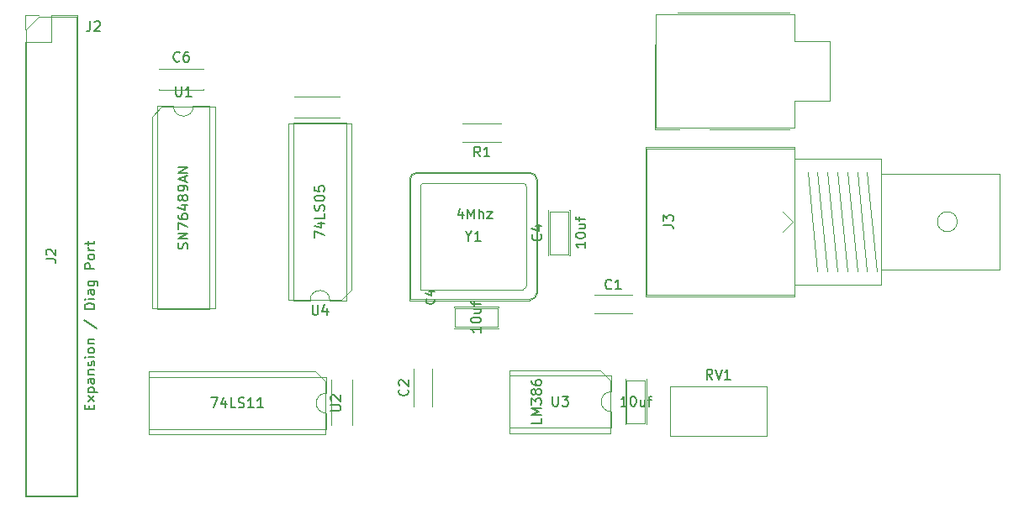
<source format=gbr>
%TF.GenerationSoftware,KiCad,Pcbnew,9.0.2-9.0.2-0~ubuntu24.04.1*%
%TF.CreationDate,2025-06-13T19:30:25+01:00*%
%TF.ProjectId,SoundCard,536f756e-6443-4617-9264-2e6b69636164,rev?*%
%TF.SameCoordinates,Original*%
%TF.FileFunction,Legend,Top*%
%TF.FilePolarity,Positive*%
%FSLAX46Y46*%
G04 Gerber Fmt 4.6, Leading zero omitted, Abs format (unit mm)*
G04 Created by KiCad (PCBNEW 9.0.2-9.0.2-0~ubuntu24.04.1) date 2025-06-13 19:30:25*
%MOMM*%
%LPD*%
G01*
G04 APERTURE LIST*
%ADD10C,0.150000*%
%ADD11C,0.129000*%
%ADD12C,0.120000*%
%ADD13C,0.100000*%
G04 APERTURE END LIST*
D10*
X194864761Y-95794819D02*
X194531428Y-95318628D01*
X194293333Y-95794819D02*
X194293333Y-94794819D01*
X194293333Y-94794819D02*
X194674285Y-94794819D01*
X194674285Y-94794819D02*
X194769523Y-94842438D01*
X194769523Y-94842438D02*
X194817142Y-94890057D01*
X194817142Y-94890057D02*
X194864761Y-94985295D01*
X194864761Y-94985295D02*
X194864761Y-95128152D01*
X194864761Y-95128152D02*
X194817142Y-95223390D01*
X194817142Y-95223390D02*
X194769523Y-95271009D01*
X194769523Y-95271009D02*
X194674285Y-95318628D01*
X194674285Y-95318628D02*
X194293333Y-95318628D01*
X195150476Y-94794819D02*
X195483809Y-95794819D01*
X195483809Y-95794819D02*
X195817142Y-94794819D01*
X196674285Y-95794819D02*
X196102857Y-95794819D01*
X196388571Y-95794819D02*
X196388571Y-94794819D01*
X196388571Y-94794819D02*
X196293333Y-94937676D01*
X196293333Y-94937676D02*
X196198095Y-95032914D01*
X196198095Y-95032914D02*
X196102857Y-95080533D01*
X164149180Y-96807066D02*
X164196800Y-96854685D01*
X164196800Y-96854685D02*
X164244419Y-96997542D01*
X164244419Y-96997542D02*
X164244419Y-97092780D01*
X164244419Y-97092780D02*
X164196800Y-97235637D01*
X164196800Y-97235637D02*
X164101561Y-97330875D01*
X164101561Y-97330875D02*
X164006323Y-97378494D01*
X164006323Y-97378494D02*
X163815847Y-97426113D01*
X163815847Y-97426113D02*
X163672990Y-97426113D01*
X163672990Y-97426113D02*
X163482514Y-97378494D01*
X163482514Y-97378494D02*
X163387276Y-97330875D01*
X163387276Y-97330875D02*
X163292038Y-97235637D01*
X163292038Y-97235637D02*
X163244419Y-97092780D01*
X163244419Y-97092780D02*
X163244419Y-96997542D01*
X163244419Y-96997542D02*
X163292038Y-96854685D01*
X163292038Y-96854685D02*
X163339657Y-96807066D01*
X163339657Y-96426113D02*
X163292038Y-96378494D01*
X163292038Y-96378494D02*
X163244419Y-96283256D01*
X163244419Y-96283256D02*
X163244419Y-96045161D01*
X163244419Y-96045161D02*
X163292038Y-95949923D01*
X163292038Y-95949923D02*
X163339657Y-95902304D01*
X163339657Y-95902304D02*
X163434895Y-95854685D01*
X163434895Y-95854685D02*
X163530133Y-95854685D01*
X163530133Y-95854685D02*
X163672990Y-95902304D01*
X163672990Y-95902304D02*
X164244419Y-96473732D01*
X164244419Y-96473732D02*
X164244419Y-95854685D01*
X184710533Y-86628380D02*
X184662914Y-86676000D01*
X184662914Y-86676000D02*
X184520057Y-86723619D01*
X184520057Y-86723619D02*
X184424819Y-86723619D01*
X184424819Y-86723619D02*
X184281962Y-86676000D01*
X184281962Y-86676000D02*
X184186724Y-86580761D01*
X184186724Y-86580761D02*
X184139105Y-86485523D01*
X184139105Y-86485523D02*
X184091486Y-86295047D01*
X184091486Y-86295047D02*
X184091486Y-86152190D01*
X184091486Y-86152190D02*
X184139105Y-85961714D01*
X184139105Y-85961714D02*
X184186724Y-85866476D01*
X184186724Y-85866476D02*
X184281962Y-85771238D01*
X184281962Y-85771238D02*
X184424819Y-85723619D01*
X184424819Y-85723619D02*
X184520057Y-85723619D01*
X184520057Y-85723619D02*
X184662914Y-85771238D01*
X184662914Y-85771238D02*
X184710533Y-85818857D01*
X185662914Y-86723619D02*
X185091486Y-86723619D01*
X185377200Y-86723619D02*
X185377200Y-85723619D01*
X185377200Y-85723619D02*
X185281962Y-85866476D01*
X185281962Y-85866476D02*
X185186724Y-85961714D01*
X185186724Y-85961714D02*
X185091486Y-86009333D01*
X171469533Y-73342419D02*
X171136200Y-72866228D01*
X170898105Y-73342419D02*
X170898105Y-72342419D01*
X170898105Y-72342419D02*
X171279057Y-72342419D01*
X171279057Y-72342419D02*
X171374295Y-72390038D01*
X171374295Y-72390038D02*
X171421914Y-72437657D01*
X171421914Y-72437657D02*
X171469533Y-72532895D01*
X171469533Y-72532895D02*
X171469533Y-72675752D01*
X171469533Y-72675752D02*
X171421914Y-72770990D01*
X171421914Y-72770990D02*
X171374295Y-72818609D01*
X171374295Y-72818609D02*
X171279057Y-72866228D01*
X171279057Y-72866228D02*
X170898105Y-72866228D01*
X172421914Y-73342419D02*
X171850486Y-73342419D01*
X172136200Y-73342419D02*
X172136200Y-72342419D01*
X172136200Y-72342419D02*
X172040962Y-72485276D01*
X172040962Y-72485276D02*
X171945724Y-72580514D01*
X171945724Y-72580514D02*
X171850486Y-72628133D01*
X177645219Y-99734476D02*
X177645219Y-100210666D01*
X177645219Y-100210666D02*
X176645219Y-100210666D01*
X177645219Y-99401142D02*
X176645219Y-99401142D01*
X176645219Y-99401142D02*
X177359504Y-99067809D01*
X177359504Y-99067809D02*
X176645219Y-98734476D01*
X176645219Y-98734476D02*
X177645219Y-98734476D01*
X176645219Y-98353523D02*
X176645219Y-97734476D01*
X176645219Y-97734476D02*
X177026171Y-98067809D01*
X177026171Y-98067809D02*
X177026171Y-97924952D01*
X177026171Y-97924952D02*
X177073790Y-97829714D01*
X177073790Y-97829714D02*
X177121409Y-97782095D01*
X177121409Y-97782095D02*
X177216647Y-97734476D01*
X177216647Y-97734476D02*
X177454742Y-97734476D01*
X177454742Y-97734476D02*
X177549980Y-97782095D01*
X177549980Y-97782095D02*
X177597600Y-97829714D01*
X177597600Y-97829714D02*
X177645219Y-97924952D01*
X177645219Y-97924952D02*
X177645219Y-98210666D01*
X177645219Y-98210666D02*
X177597600Y-98305904D01*
X177597600Y-98305904D02*
X177549980Y-98353523D01*
X177073790Y-97163047D02*
X177026171Y-97258285D01*
X177026171Y-97258285D02*
X176978552Y-97305904D01*
X176978552Y-97305904D02*
X176883314Y-97353523D01*
X176883314Y-97353523D02*
X176835695Y-97353523D01*
X176835695Y-97353523D02*
X176740457Y-97305904D01*
X176740457Y-97305904D02*
X176692838Y-97258285D01*
X176692838Y-97258285D02*
X176645219Y-97163047D01*
X176645219Y-97163047D02*
X176645219Y-96972571D01*
X176645219Y-96972571D02*
X176692838Y-96877333D01*
X176692838Y-96877333D02*
X176740457Y-96829714D01*
X176740457Y-96829714D02*
X176835695Y-96782095D01*
X176835695Y-96782095D02*
X176883314Y-96782095D01*
X176883314Y-96782095D02*
X176978552Y-96829714D01*
X176978552Y-96829714D02*
X177026171Y-96877333D01*
X177026171Y-96877333D02*
X177073790Y-96972571D01*
X177073790Y-96972571D02*
X177073790Y-97163047D01*
X177073790Y-97163047D02*
X177121409Y-97258285D01*
X177121409Y-97258285D02*
X177169028Y-97305904D01*
X177169028Y-97305904D02*
X177264266Y-97353523D01*
X177264266Y-97353523D02*
X177454742Y-97353523D01*
X177454742Y-97353523D02*
X177549980Y-97305904D01*
X177549980Y-97305904D02*
X177597600Y-97258285D01*
X177597600Y-97258285D02*
X177645219Y-97163047D01*
X177645219Y-97163047D02*
X177645219Y-96972571D01*
X177645219Y-96972571D02*
X177597600Y-96877333D01*
X177597600Y-96877333D02*
X177549980Y-96829714D01*
X177549980Y-96829714D02*
X177454742Y-96782095D01*
X177454742Y-96782095D02*
X177264266Y-96782095D01*
X177264266Y-96782095D02*
X177169028Y-96829714D01*
X177169028Y-96829714D02*
X177121409Y-96877333D01*
X177121409Y-96877333D02*
X177073790Y-96972571D01*
X176645219Y-95924952D02*
X176645219Y-96115428D01*
X176645219Y-96115428D02*
X176692838Y-96210666D01*
X176692838Y-96210666D02*
X176740457Y-96258285D01*
X176740457Y-96258285D02*
X176883314Y-96353523D01*
X176883314Y-96353523D02*
X177073790Y-96401142D01*
X177073790Y-96401142D02*
X177454742Y-96401142D01*
X177454742Y-96401142D02*
X177549980Y-96353523D01*
X177549980Y-96353523D02*
X177597600Y-96305904D01*
X177597600Y-96305904D02*
X177645219Y-96210666D01*
X177645219Y-96210666D02*
X177645219Y-96020190D01*
X177645219Y-96020190D02*
X177597600Y-95924952D01*
X177597600Y-95924952D02*
X177549980Y-95877333D01*
X177549980Y-95877333D02*
X177454742Y-95829714D01*
X177454742Y-95829714D02*
X177216647Y-95829714D01*
X177216647Y-95829714D02*
X177121409Y-95877333D01*
X177121409Y-95877333D02*
X177073790Y-95924952D01*
X177073790Y-95924952D02*
X177026171Y-96020190D01*
X177026171Y-96020190D02*
X177026171Y-96210666D01*
X177026171Y-96210666D02*
X177073790Y-96305904D01*
X177073790Y-96305904D02*
X177121409Y-96353523D01*
X177121409Y-96353523D02*
X177216647Y-96401142D01*
X178765295Y-97503819D02*
X178765295Y-98313342D01*
X178765295Y-98313342D02*
X178812914Y-98408580D01*
X178812914Y-98408580D02*
X178860533Y-98456200D01*
X178860533Y-98456200D02*
X178955771Y-98503819D01*
X178955771Y-98503819D02*
X179146247Y-98503819D01*
X179146247Y-98503819D02*
X179241485Y-98456200D01*
X179241485Y-98456200D02*
X179289104Y-98408580D01*
X179289104Y-98408580D02*
X179336723Y-98313342D01*
X179336723Y-98313342D02*
X179336723Y-97503819D01*
X179717676Y-97503819D02*
X180336723Y-97503819D01*
X180336723Y-97503819D02*
X180003390Y-97884771D01*
X180003390Y-97884771D02*
X180146247Y-97884771D01*
X180146247Y-97884771D02*
X180241485Y-97932390D01*
X180241485Y-97932390D02*
X180289104Y-97980009D01*
X180289104Y-97980009D02*
X180336723Y-98075247D01*
X180336723Y-98075247D02*
X180336723Y-98313342D01*
X180336723Y-98313342D02*
X180289104Y-98408580D01*
X180289104Y-98408580D02*
X180241485Y-98456200D01*
X180241485Y-98456200D02*
X180146247Y-98503819D01*
X180146247Y-98503819D02*
X179860533Y-98503819D01*
X179860533Y-98503819D02*
X179765295Y-98456200D01*
X179765295Y-98456200D02*
X179717676Y-98408580D01*
X169703904Y-78934552D02*
X169703904Y-79601219D01*
X169465809Y-78553600D02*
X169227714Y-79267885D01*
X169227714Y-79267885D02*
X169846761Y-79267885D01*
X170227714Y-79601219D02*
X170227714Y-78601219D01*
X170227714Y-78601219D02*
X170561047Y-79315504D01*
X170561047Y-79315504D02*
X170894380Y-78601219D01*
X170894380Y-78601219D02*
X170894380Y-79601219D01*
X171370571Y-79601219D02*
X171370571Y-78601219D01*
X171799142Y-79601219D02*
X171799142Y-79077409D01*
X171799142Y-79077409D02*
X171751523Y-78982171D01*
X171751523Y-78982171D02*
X171656285Y-78934552D01*
X171656285Y-78934552D02*
X171513428Y-78934552D01*
X171513428Y-78934552D02*
X171418190Y-78982171D01*
X171418190Y-78982171D02*
X171370571Y-79029790D01*
X172180095Y-78934552D02*
X172703904Y-78934552D01*
X172703904Y-78934552D02*
X172180095Y-79601219D01*
X172180095Y-79601219D02*
X172703904Y-79601219D01*
X170313409Y-81360228D02*
X170313409Y-81836419D01*
X169980076Y-80836419D02*
X170313409Y-81360228D01*
X170313409Y-81360228D02*
X170646742Y-80836419D01*
X171503885Y-81836419D02*
X170932457Y-81836419D01*
X171218171Y-81836419D02*
X171218171Y-80836419D01*
X171218171Y-80836419D02*
X171122933Y-80979276D01*
X171122933Y-80979276D02*
X171027695Y-81074514D01*
X171027695Y-81074514D02*
X170932457Y-81122133D01*
X186218628Y-98498819D02*
X185647200Y-98498819D01*
X185932914Y-98498819D02*
X185932914Y-97498819D01*
X185932914Y-97498819D02*
X185837676Y-97641676D01*
X185837676Y-97641676D02*
X185742438Y-97736914D01*
X185742438Y-97736914D02*
X185647200Y-97784533D01*
X186837676Y-97498819D02*
X186932914Y-97498819D01*
X186932914Y-97498819D02*
X187028152Y-97546438D01*
X187028152Y-97546438D02*
X187075771Y-97594057D01*
X187075771Y-97594057D02*
X187123390Y-97689295D01*
X187123390Y-97689295D02*
X187171009Y-97879771D01*
X187171009Y-97879771D02*
X187171009Y-98117866D01*
X187171009Y-98117866D02*
X187123390Y-98308342D01*
X187123390Y-98308342D02*
X187075771Y-98403580D01*
X187075771Y-98403580D02*
X187028152Y-98451200D01*
X187028152Y-98451200D02*
X186932914Y-98498819D01*
X186932914Y-98498819D02*
X186837676Y-98498819D01*
X186837676Y-98498819D02*
X186742438Y-98451200D01*
X186742438Y-98451200D02*
X186694819Y-98403580D01*
X186694819Y-98403580D02*
X186647200Y-98308342D01*
X186647200Y-98308342D02*
X186599581Y-98117866D01*
X186599581Y-98117866D02*
X186599581Y-97879771D01*
X186599581Y-97879771D02*
X186647200Y-97689295D01*
X186647200Y-97689295D02*
X186694819Y-97594057D01*
X186694819Y-97594057D02*
X186742438Y-97546438D01*
X186742438Y-97546438D02*
X186837676Y-97498819D01*
X188028152Y-97832152D02*
X188028152Y-98498819D01*
X187599581Y-97832152D02*
X187599581Y-98355961D01*
X187599581Y-98355961D02*
X187647200Y-98451200D01*
X187647200Y-98451200D02*
X187742438Y-98498819D01*
X187742438Y-98498819D02*
X187885295Y-98498819D01*
X187885295Y-98498819D02*
X187980533Y-98451200D01*
X187980533Y-98451200D02*
X188028152Y-98403580D01*
X188361486Y-97832152D02*
X188742438Y-97832152D01*
X188504343Y-98498819D02*
X188504343Y-97641676D01*
X188504343Y-97641676D02*
X188551962Y-97546438D01*
X188551962Y-97546438D02*
X188647200Y-97498819D01*
X188647200Y-97498819D02*
X188742438Y-97498819D01*
X156420019Y-98958304D02*
X157229542Y-98958304D01*
X157229542Y-98958304D02*
X157324780Y-98910685D01*
X157324780Y-98910685D02*
X157372400Y-98863066D01*
X157372400Y-98863066D02*
X157420019Y-98767828D01*
X157420019Y-98767828D02*
X157420019Y-98577352D01*
X157420019Y-98577352D02*
X157372400Y-98482114D01*
X157372400Y-98482114D02*
X157324780Y-98434495D01*
X157324780Y-98434495D02*
X157229542Y-98386876D01*
X157229542Y-98386876D02*
X156420019Y-98386876D01*
X156515257Y-97958304D02*
X156467638Y-97910685D01*
X156467638Y-97910685D02*
X156420019Y-97815447D01*
X156420019Y-97815447D02*
X156420019Y-97577352D01*
X156420019Y-97577352D02*
X156467638Y-97482114D01*
X156467638Y-97482114D02*
X156515257Y-97434495D01*
X156515257Y-97434495D02*
X156610495Y-97386876D01*
X156610495Y-97386876D02*
X156705733Y-97386876D01*
X156705733Y-97386876D02*
X156848590Y-97434495D01*
X156848590Y-97434495D02*
X157420019Y-98005923D01*
X157420019Y-98005923D02*
X157420019Y-97386876D01*
X144372343Y-97646219D02*
X145039009Y-97646219D01*
X145039009Y-97646219D02*
X144610438Y-98646219D01*
X145848533Y-97979552D02*
X145848533Y-98646219D01*
X145610438Y-97598600D02*
X145372343Y-98312885D01*
X145372343Y-98312885D02*
X145991390Y-98312885D01*
X146848533Y-98646219D02*
X146372343Y-98646219D01*
X146372343Y-98646219D02*
X146372343Y-97646219D01*
X147134248Y-98598600D02*
X147277105Y-98646219D01*
X147277105Y-98646219D02*
X147515200Y-98646219D01*
X147515200Y-98646219D02*
X147610438Y-98598600D01*
X147610438Y-98598600D02*
X147658057Y-98550980D01*
X147658057Y-98550980D02*
X147705676Y-98455742D01*
X147705676Y-98455742D02*
X147705676Y-98360504D01*
X147705676Y-98360504D02*
X147658057Y-98265266D01*
X147658057Y-98265266D02*
X147610438Y-98217647D01*
X147610438Y-98217647D02*
X147515200Y-98170028D01*
X147515200Y-98170028D02*
X147324724Y-98122409D01*
X147324724Y-98122409D02*
X147229486Y-98074790D01*
X147229486Y-98074790D02*
X147181867Y-98027171D01*
X147181867Y-98027171D02*
X147134248Y-97931933D01*
X147134248Y-97931933D02*
X147134248Y-97836695D01*
X147134248Y-97836695D02*
X147181867Y-97741457D01*
X147181867Y-97741457D02*
X147229486Y-97693838D01*
X147229486Y-97693838D02*
X147324724Y-97646219D01*
X147324724Y-97646219D02*
X147562819Y-97646219D01*
X147562819Y-97646219D02*
X147705676Y-97693838D01*
X148658057Y-98646219D02*
X148086629Y-98646219D01*
X148372343Y-98646219D02*
X148372343Y-97646219D01*
X148372343Y-97646219D02*
X148277105Y-97789076D01*
X148277105Y-97789076D02*
X148181867Y-97884314D01*
X148181867Y-97884314D02*
X148086629Y-97931933D01*
X149610438Y-98646219D02*
X149039010Y-98646219D01*
X149324724Y-98646219D02*
X149324724Y-97646219D01*
X149324724Y-97646219D02*
X149229486Y-97789076D01*
X149229486Y-97789076D02*
X149134248Y-97884314D01*
X149134248Y-97884314D02*
X149039010Y-97931933D01*
X154579495Y-88297219D02*
X154579495Y-89106742D01*
X154579495Y-89106742D02*
X154627114Y-89201980D01*
X154627114Y-89201980D02*
X154674733Y-89249600D01*
X154674733Y-89249600D02*
X154769971Y-89297219D01*
X154769971Y-89297219D02*
X154960447Y-89297219D01*
X154960447Y-89297219D02*
X155055685Y-89249600D01*
X155055685Y-89249600D02*
X155103304Y-89201980D01*
X155103304Y-89201980D02*
X155150923Y-89106742D01*
X155150923Y-89106742D02*
X155150923Y-88297219D01*
X156055685Y-88630552D02*
X156055685Y-89297219D01*
X155817590Y-88249600D02*
X155579495Y-88963885D01*
X155579495Y-88963885D02*
X156198542Y-88963885D01*
X154801219Y-81535256D02*
X154801219Y-80868590D01*
X154801219Y-80868590D02*
X155801219Y-81297161D01*
X155134552Y-80059066D02*
X155801219Y-80059066D01*
X154753600Y-80297161D02*
X155467885Y-80535256D01*
X155467885Y-80535256D02*
X155467885Y-79916209D01*
X155801219Y-79059066D02*
X155801219Y-79535256D01*
X155801219Y-79535256D02*
X154801219Y-79535256D01*
X155753600Y-78773351D02*
X155801219Y-78630494D01*
X155801219Y-78630494D02*
X155801219Y-78392399D01*
X155801219Y-78392399D02*
X155753600Y-78297161D01*
X155753600Y-78297161D02*
X155705980Y-78249542D01*
X155705980Y-78249542D02*
X155610742Y-78201923D01*
X155610742Y-78201923D02*
X155515504Y-78201923D01*
X155515504Y-78201923D02*
X155420266Y-78249542D01*
X155420266Y-78249542D02*
X155372647Y-78297161D01*
X155372647Y-78297161D02*
X155325028Y-78392399D01*
X155325028Y-78392399D02*
X155277409Y-78582875D01*
X155277409Y-78582875D02*
X155229790Y-78678113D01*
X155229790Y-78678113D02*
X155182171Y-78725732D01*
X155182171Y-78725732D02*
X155086933Y-78773351D01*
X155086933Y-78773351D02*
X154991695Y-78773351D01*
X154991695Y-78773351D02*
X154896457Y-78725732D01*
X154896457Y-78725732D02*
X154848838Y-78678113D01*
X154848838Y-78678113D02*
X154801219Y-78582875D01*
X154801219Y-78582875D02*
X154801219Y-78344780D01*
X154801219Y-78344780D02*
X154848838Y-78201923D01*
X154801219Y-77582875D02*
X154801219Y-77487637D01*
X154801219Y-77487637D02*
X154848838Y-77392399D01*
X154848838Y-77392399D02*
X154896457Y-77344780D01*
X154896457Y-77344780D02*
X154991695Y-77297161D01*
X154991695Y-77297161D02*
X155182171Y-77249542D01*
X155182171Y-77249542D02*
X155420266Y-77249542D01*
X155420266Y-77249542D02*
X155610742Y-77297161D01*
X155610742Y-77297161D02*
X155705980Y-77344780D01*
X155705980Y-77344780D02*
X155753600Y-77392399D01*
X155753600Y-77392399D02*
X155801219Y-77487637D01*
X155801219Y-77487637D02*
X155801219Y-77582875D01*
X155801219Y-77582875D02*
X155753600Y-77678113D01*
X155753600Y-77678113D02*
X155705980Y-77725732D01*
X155705980Y-77725732D02*
X155610742Y-77773351D01*
X155610742Y-77773351D02*
X155420266Y-77820970D01*
X155420266Y-77820970D02*
X155182171Y-77820970D01*
X155182171Y-77820970D02*
X154991695Y-77773351D01*
X154991695Y-77773351D02*
X154896457Y-77725732D01*
X154896457Y-77725732D02*
X154848838Y-77678113D01*
X154848838Y-77678113D02*
X154801219Y-77582875D01*
X154801219Y-76344780D02*
X154801219Y-76820970D01*
X154801219Y-76820970D02*
X155277409Y-76868589D01*
X155277409Y-76868589D02*
X155229790Y-76820970D01*
X155229790Y-76820970D02*
X155182171Y-76725732D01*
X155182171Y-76725732D02*
X155182171Y-76487637D01*
X155182171Y-76487637D02*
X155229790Y-76392399D01*
X155229790Y-76392399D02*
X155277409Y-76344780D01*
X155277409Y-76344780D02*
X155372647Y-76297161D01*
X155372647Y-76297161D02*
X155610742Y-76297161D01*
X155610742Y-76297161D02*
X155705980Y-76344780D01*
X155705980Y-76344780D02*
X155753600Y-76392399D01*
X155753600Y-76392399D02*
X155801219Y-76487637D01*
X155801219Y-76487637D02*
X155801219Y-76725732D01*
X155801219Y-76725732D02*
X155753600Y-76820970D01*
X155753600Y-76820970D02*
X155705980Y-76868589D01*
X141986800Y-82628856D02*
X142034419Y-82485999D01*
X142034419Y-82485999D02*
X142034419Y-82247904D01*
X142034419Y-82247904D02*
X141986800Y-82152666D01*
X141986800Y-82152666D02*
X141939180Y-82105047D01*
X141939180Y-82105047D02*
X141843942Y-82057428D01*
X141843942Y-82057428D02*
X141748704Y-82057428D01*
X141748704Y-82057428D02*
X141653466Y-82105047D01*
X141653466Y-82105047D02*
X141605847Y-82152666D01*
X141605847Y-82152666D02*
X141558228Y-82247904D01*
X141558228Y-82247904D02*
X141510609Y-82438380D01*
X141510609Y-82438380D02*
X141462990Y-82533618D01*
X141462990Y-82533618D02*
X141415371Y-82581237D01*
X141415371Y-82581237D02*
X141320133Y-82628856D01*
X141320133Y-82628856D02*
X141224895Y-82628856D01*
X141224895Y-82628856D02*
X141129657Y-82581237D01*
X141129657Y-82581237D02*
X141082038Y-82533618D01*
X141082038Y-82533618D02*
X141034419Y-82438380D01*
X141034419Y-82438380D02*
X141034419Y-82200285D01*
X141034419Y-82200285D02*
X141082038Y-82057428D01*
X142034419Y-81628856D02*
X141034419Y-81628856D01*
X141034419Y-81628856D02*
X142034419Y-81057428D01*
X142034419Y-81057428D02*
X141034419Y-81057428D01*
X141034419Y-80676475D02*
X141034419Y-80009809D01*
X141034419Y-80009809D02*
X142034419Y-80438380D01*
X141034419Y-79200285D02*
X141034419Y-79390761D01*
X141034419Y-79390761D02*
X141082038Y-79485999D01*
X141082038Y-79485999D02*
X141129657Y-79533618D01*
X141129657Y-79533618D02*
X141272514Y-79628856D01*
X141272514Y-79628856D02*
X141462990Y-79676475D01*
X141462990Y-79676475D02*
X141843942Y-79676475D01*
X141843942Y-79676475D02*
X141939180Y-79628856D01*
X141939180Y-79628856D02*
X141986800Y-79581237D01*
X141986800Y-79581237D02*
X142034419Y-79485999D01*
X142034419Y-79485999D02*
X142034419Y-79295523D01*
X142034419Y-79295523D02*
X141986800Y-79200285D01*
X141986800Y-79200285D02*
X141939180Y-79152666D01*
X141939180Y-79152666D02*
X141843942Y-79105047D01*
X141843942Y-79105047D02*
X141605847Y-79105047D01*
X141605847Y-79105047D02*
X141510609Y-79152666D01*
X141510609Y-79152666D02*
X141462990Y-79200285D01*
X141462990Y-79200285D02*
X141415371Y-79295523D01*
X141415371Y-79295523D02*
X141415371Y-79485999D01*
X141415371Y-79485999D02*
X141462990Y-79581237D01*
X141462990Y-79581237D02*
X141510609Y-79628856D01*
X141510609Y-79628856D02*
X141605847Y-79676475D01*
X141367752Y-78247904D02*
X142034419Y-78247904D01*
X140986800Y-78485999D02*
X141701085Y-78724094D01*
X141701085Y-78724094D02*
X141701085Y-78105047D01*
X141462990Y-77581237D02*
X141415371Y-77676475D01*
X141415371Y-77676475D02*
X141367752Y-77724094D01*
X141367752Y-77724094D02*
X141272514Y-77771713D01*
X141272514Y-77771713D02*
X141224895Y-77771713D01*
X141224895Y-77771713D02*
X141129657Y-77724094D01*
X141129657Y-77724094D02*
X141082038Y-77676475D01*
X141082038Y-77676475D02*
X141034419Y-77581237D01*
X141034419Y-77581237D02*
X141034419Y-77390761D01*
X141034419Y-77390761D02*
X141082038Y-77295523D01*
X141082038Y-77295523D02*
X141129657Y-77247904D01*
X141129657Y-77247904D02*
X141224895Y-77200285D01*
X141224895Y-77200285D02*
X141272514Y-77200285D01*
X141272514Y-77200285D02*
X141367752Y-77247904D01*
X141367752Y-77247904D02*
X141415371Y-77295523D01*
X141415371Y-77295523D02*
X141462990Y-77390761D01*
X141462990Y-77390761D02*
X141462990Y-77581237D01*
X141462990Y-77581237D02*
X141510609Y-77676475D01*
X141510609Y-77676475D02*
X141558228Y-77724094D01*
X141558228Y-77724094D02*
X141653466Y-77771713D01*
X141653466Y-77771713D02*
X141843942Y-77771713D01*
X141843942Y-77771713D02*
X141939180Y-77724094D01*
X141939180Y-77724094D02*
X141986800Y-77676475D01*
X141986800Y-77676475D02*
X142034419Y-77581237D01*
X142034419Y-77581237D02*
X142034419Y-77390761D01*
X142034419Y-77390761D02*
X141986800Y-77295523D01*
X141986800Y-77295523D02*
X141939180Y-77247904D01*
X141939180Y-77247904D02*
X141843942Y-77200285D01*
X141843942Y-77200285D02*
X141653466Y-77200285D01*
X141653466Y-77200285D02*
X141558228Y-77247904D01*
X141558228Y-77247904D02*
X141510609Y-77295523D01*
X141510609Y-77295523D02*
X141462990Y-77390761D01*
X142034419Y-76724094D02*
X142034419Y-76533618D01*
X142034419Y-76533618D02*
X141986800Y-76438380D01*
X141986800Y-76438380D02*
X141939180Y-76390761D01*
X141939180Y-76390761D02*
X141796323Y-76295523D01*
X141796323Y-76295523D02*
X141605847Y-76247904D01*
X141605847Y-76247904D02*
X141224895Y-76247904D01*
X141224895Y-76247904D02*
X141129657Y-76295523D01*
X141129657Y-76295523D02*
X141082038Y-76343142D01*
X141082038Y-76343142D02*
X141034419Y-76438380D01*
X141034419Y-76438380D02*
X141034419Y-76628856D01*
X141034419Y-76628856D02*
X141082038Y-76724094D01*
X141082038Y-76724094D02*
X141129657Y-76771713D01*
X141129657Y-76771713D02*
X141224895Y-76819332D01*
X141224895Y-76819332D02*
X141462990Y-76819332D01*
X141462990Y-76819332D02*
X141558228Y-76771713D01*
X141558228Y-76771713D02*
X141605847Y-76724094D01*
X141605847Y-76724094D02*
X141653466Y-76628856D01*
X141653466Y-76628856D02*
X141653466Y-76438380D01*
X141653466Y-76438380D02*
X141605847Y-76343142D01*
X141605847Y-76343142D02*
X141558228Y-76295523D01*
X141558228Y-76295523D02*
X141462990Y-76247904D01*
X141748704Y-75866951D02*
X141748704Y-75390761D01*
X142034419Y-75962189D02*
X141034419Y-75628856D01*
X141034419Y-75628856D02*
X142034419Y-75295523D01*
X142034419Y-74962189D02*
X141034419Y-74962189D01*
X141034419Y-74962189D02*
X142034419Y-74390761D01*
X142034419Y-74390761D02*
X141034419Y-74390761D01*
X140817695Y-66256819D02*
X140817695Y-67066342D01*
X140817695Y-67066342D02*
X140865314Y-67161580D01*
X140865314Y-67161580D02*
X140912933Y-67209200D01*
X140912933Y-67209200D02*
X141008171Y-67256819D01*
X141008171Y-67256819D02*
X141198647Y-67256819D01*
X141198647Y-67256819D02*
X141293885Y-67209200D01*
X141293885Y-67209200D02*
X141341504Y-67161580D01*
X141341504Y-67161580D02*
X141389123Y-67066342D01*
X141389123Y-67066342D02*
X141389123Y-66256819D01*
X142389123Y-67256819D02*
X141817695Y-67256819D01*
X142103409Y-67256819D02*
X142103409Y-66256819D01*
X142103409Y-66256819D02*
X142008171Y-66399676D01*
X142008171Y-66399676D02*
X141912933Y-66494914D01*
X141912933Y-66494914D02*
X141817695Y-66542533D01*
X132203866Y-59703619D02*
X132203866Y-60417904D01*
X132203866Y-60417904D02*
X132156247Y-60560761D01*
X132156247Y-60560761D02*
X132061009Y-60656000D01*
X132061009Y-60656000D02*
X131918152Y-60703619D01*
X131918152Y-60703619D02*
X131822914Y-60703619D01*
X132632438Y-59798857D02*
X132680057Y-59751238D01*
X132680057Y-59751238D02*
X132775295Y-59703619D01*
X132775295Y-59703619D02*
X133013390Y-59703619D01*
X133013390Y-59703619D02*
X133108628Y-59751238D01*
X133108628Y-59751238D02*
X133156247Y-59798857D01*
X133156247Y-59798857D02*
X133203866Y-59894095D01*
X133203866Y-59894095D02*
X133203866Y-59989333D01*
X133203866Y-59989333D02*
X133156247Y-60132190D01*
X133156247Y-60132190D02*
X132584819Y-60703619D01*
X132584819Y-60703619D02*
X133203866Y-60703619D01*
X132112609Y-98804952D02*
X132112609Y-98471619D01*
X132636419Y-98328762D02*
X132636419Y-98804952D01*
X132636419Y-98804952D02*
X131636419Y-98804952D01*
X131636419Y-98804952D02*
X131636419Y-98328762D01*
X132636419Y-97995428D02*
X131969752Y-97471619D01*
X131969752Y-97995428D02*
X132636419Y-97471619D01*
X131969752Y-97090666D02*
X132969752Y-97090666D01*
X132017371Y-97090666D02*
X131969752Y-96995428D01*
X131969752Y-96995428D02*
X131969752Y-96804952D01*
X131969752Y-96804952D02*
X132017371Y-96709714D01*
X132017371Y-96709714D02*
X132064990Y-96662095D01*
X132064990Y-96662095D02*
X132160228Y-96614476D01*
X132160228Y-96614476D02*
X132445942Y-96614476D01*
X132445942Y-96614476D02*
X132541180Y-96662095D01*
X132541180Y-96662095D02*
X132588800Y-96709714D01*
X132588800Y-96709714D02*
X132636419Y-96804952D01*
X132636419Y-96804952D02*
X132636419Y-96995428D01*
X132636419Y-96995428D02*
X132588800Y-97090666D01*
X132636419Y-95757333D02*
X132112609Y-95757333D01*
X132112609Y-95757333D02*
X132017371Y-95804952D01*
X132017371Y-95804952D02*
X131969752Y-95900190D01*
X131969752Y-95900190D02*
X131969752Y-96090666D01*
X131969752Y-96090666D02*
X132017371Y-96185904D01*
X132588800Y-95757333D02*
X132636419Y-95852571D01*
X132636419Y-95852571D02*
X132636419Y-96090666D01*
X132636419Y-96090666D02*
X132588800Y-96185904D01*
X132588800Y-96185904D02*
X132493561Y-96233523D01*
X132493561Y-96233523D02*
X132398323Y-96233523D01*
X132398323Y-96233523D02*
X132303085Y-96185904D01*
X132303085Y-96185904D02*
X132255466Y-96090666D01*
X132255466Y-96090666D02*
X132255466Y-95852571D01*
X132255466Y-95852571D02*
X132207847Y-95757333D01*
X131969752Y-95281142D02*
X132636419Y-95281142D01*
X132064990Y-95281142D02*
X132017371Y-95233523D01*
X132017371Y-95233523D02*
X131969752Y-95138285D01*
X131969752Y-95138285D02*
X131969752Y-94995428D01*
X131969752Y-94995428D02*
X132017371Y-94900190D01*
X132017371Y-94900190D02*
X132112609Y-94852571D01*
X132112609Y-94852571D02*
X132636419Y-94852571D01*
X132588800Y-94423999D02*
X132636419Y-94328761D01*
X132636419Y-94328761D02*
X132636419Y-94138285D01*
X132636419Y-94138285D02*
X132588800Y-94043047D01*
X132588800Y-94043047D02*
X132493561Y-93995428D01*
X132493561Y-93995428D02*
X132445942Y-93995428D01*
X132445942Y-93995428D02*
X132350704Y-94043047D01*
X132350704Y-94043047D02*
X132303085Y-94138285D01*
X132303085Y-94138285D02*
X132303085Y-94281142D01*
X132303085Y-94281142D02*
X132255466Y-94376380D01*
X132255466Y-94376380D02*
X132160228Y-94423999D01*
X132160228Y-94423999D02*
X132112609Y-94423999D01*
X132112609Y-94423999D02*
X132017371Y-94376380D01*
X132017371Y-94376380D02*
X131969752Y-94281142D01*
X131969752Y-94281142D02*
X131969752Y-94138285D01*
X131969752Y-94138285D02*
X132017371Y-94043047D01*
X132636419Y-93566856D02*
X131969752Y-93566856D01*
X131636419Y-93566856D02*
X131684038Y-93614475D01*
X131684038Y-93614475D02*
X131731657Y-93566856D01*
X131731657Y-93566856D02*
X131684038Y-93519237D01*
X131684038Y-93519237D02*
X131636419Y-93566856D01*
X131636419Y-93566856D02*
X131731657Y-93566856D01*
X132636419Y-92947809D02*
X132588800Y-93043047D01*
X132588800Y-93043047D02*
X132541180Y-93090666D01*
X132541180Y-93090666D02*
X132445942Y-93138285D01*
X132445942Y-93138285D02*
X132160228Y-93138285D01*
X132160228Y-93138285D02*
X132064990Y-93090666D01*
X132064990Y-93090666D02*
X132017371Y-93043047D01*
X132017371Y-93043047D02*
X131969752Y-92947809D01*
X131969752Y-92947809D02*
X131969752Y-92804952D01*
X131969752Y-92804952D02*
X132017371Y-92709714D01*
X132017371Y-92709714D02*
X132064990Y-92662095D01*
X132064990Y-92662095D02*
X132160228Y-92614476D01*
X132160228Y-92614476D02*
X132445942Y-92614476D01*
X132445942Y-92614476D02*
X132541180Y-92662095D01*
X132541180Y-92662095D02*
X132588800Y-92709714D01*
X132588800Y-92709714D02*
X132636419Y-92804952D01*
X132636419Y-92804952D02*
X132636419Y-92947809D01*
X131969752Y-92185904D02*
X132636419Y-92185904D01*
X132064990Y-92185904D02*
X132017371Y-92138285D01*
X132017371Y-92138285D02*
X131969752Y-92043047D01*
X131969752Y-92043047D02*
X131969752Y-91900190D01*
X131969752Y-91900190D02*
X132017371Y-91804952D01*
X132017371Y-91804952D02*
X132112609Y-91757333D01*
X132112609Y-91757333D02*
X132636419Y-91757333D01*
X131588800Y-89804952D02*
X132874514Y-90662094D01*
X132636419Y-88709713D02*
X131636419Y-88709713D01*
X131636419Y-88709713D02*
X131636419Y-88471618D01*
X131636419Y-88471618D02*
X131684038Y-88328761D01*
X131684038Y-88328761D02*
X131779276Y-88233523D01*
X131779276Y-88233523D02*
X131874514Y-88185904D01*
X131874514Y-88185904D02*
X132064990Y-88138285D01*
X132064990Y-88138285D02*
X132207847Y-88138285D01*
X132207847Y-88138285D02*
X132398323Y-88185904D01*
X132398323Y-88185904D02*
X132493561Y-88233523D01*
X132493561Y-88233523D02*
X132588800Y-88328761D01*
X132588800Y-88328761D02*
X132636419Y-88471618D01*
X132636419Y-88471618D02*
X132636419Y-88709713D01*
X132636419Y-87709713D02*
X131969752Y-87709713D01*
X131636419Y-87709713D02*
X131684038Y-87757332D01*
X131684038Y-87757332D02*
X131731657Y-87709713D01*
X131731657Y-87709713D02*
X131684038Y-87662094D01*
X131684038Y-87662094D02*
X131636419Y-87709713D01*
X131636419Y-87709713D02*
X131731657Y-87709713D01*
X132636419Y-86804952D02*
X132112609Y-86804952D01*
X132112609Y-86804952D02*
X132017371Y-86852571D01*
X132017371Y-86852571D02*
X131969752Y-86947809D01*
X131969752Y-86947809D02*
X131969752Y-87138285D01*
X131969752Y-87138285D02*
X132017371Y-87233523D01*
X132588800Y-86804952D02*
X132636419Y-86900190D01*
X132636419Y-86900190D02*
X132636419Y-87138285D01*
X132636419Y-87138285D02*
X132588800Y-87233523D01*
X132588800Y-87233523D02*
X132493561Y-87281142D01*
X132493561Y-87281142D02*
X132398323Y-87281142D01*
X132398323Y-87281142D02*
X132303085Y-87233523D01*
X132303085Y-87233523D02*
X132255466Y-87138285D01*
X132255466Y-87138285D02*
X132255466Y-86900190D01*
X132255466Y-86900190D02*
X132207847Y-86804952D01*
X131969752Y-85900190D02*
X132779276Y-85900190D01*
X132779276Y-85900190D02*
X132874514Y-85947809D01*
X132874514Y-85947809D02*
X132922133Y-85995428D01*
X132922133Y-85995428D02*
X132969752Y-86090666D01*
X132969752Y-86090666D02*
X132969752Y-86233523D01*
X132969752Y-86233523D02*
X132922133Y-86328761D01*
X132588800Y-85900190D02*
X132636419Y-85995428D01*
X132636419Y-85995428D02*
X132636419Y-86185904D01*
X132636419Y-86185904D02*
X132588800Y-86281142D01*
X132588800Y-86281142D02*
X132541180Y-86328761D01*
X132541180Y-86328761D02*
X132445942Y-86376380D01*
X132445942Y-86376380D02*
X132160228Y-86376380D01*
X132160228Y-86376380D02*
X132064990Y-86328761D01*
X132064990Y-86328761D02*
X132017371Y-86281142D01*
X132017371Y-86281142D02*
X131969752Y-86185904D01*
X131969752Y-86185904D02*
X131969752Y-85995428D01*
X131969752Y-85995428D02*
X132017371Y-85900190D01*
X132636419Y-84662094D02*
X131636419Y-84662094D01*
X131636419Y-84662094D02*
X131636419Y-84281142D01*
X131636419Y-84281142D02*
X131684038Y-84185904D01*
X131684038Y-84185904D02*
X131731657Y-84138285D01*
X131731657Y-84138285D02*
X131826895Y-84090666D01*
X131826895Y-84090666D02*
X131969752Y-84090666D01*
X131969752Y-84090666D02*
X132064990Y-84138285D01*
X132064990Y-84138285D02*
X132112609Y-84185904D01*
X132112609Y-84185904D02*
X132160228Y-84281142D01*
X132160228Y-84281142D02*
X132160228Y-84662094D01*
X132636419Y-83519237D02*
X132588800Y-83614475D01*
X132588800Y-83614475D02*
X132541180Y-83662094D01*
X132541180Y-83662094D02*
X132445942Y-83709713D01*
X132445942Y-83709713D02*
X132160228Y-83709713D01*
X132160228Y-83709713D02*
X132064990Y-83662094D01*
X132064990Y-83662094D02*
X132017371Y-83614475D01*
X132017371Y-83614475D02*
X131969752Y-83519237D01*
X131969752Y-83519237D02*
X131969752Y-83376380D01*
X131969752Y-83376380D02*
X132017371Y-83281142D01*
X132017371Y-83281142D02*
X132064990Y-83233523D01*
X132064990Y-83233523D02*
X132160228Y-83185904D01*
X132160228Y-83185904D02*
X132445942Y-83185904D01*
X132445942Y-83185904D02*
X132541180Y-83233523D01*
X132541180Y-83233523D02*
X132588800Y-83281142D01*
X132588800Y-83281142D02*
X132636419Y-83376380D01*
X132636419Y-83376380D02*
X132636419Y-83519237D01*
X132636419Y-82757332D02*
X131969752Y-82757332D01*
X132160228Y-82757332D02*
X132064990Y-82709713D01*
X132064990Y-82709713D02*
X132017371Y-82662094D01*
X132017371Y-82662094D02*
X131969752Y-82566856D01*
X131969752Y-82566856D02*
X131969752Y-82471618D01*
X131969752Y-82281141D02*
X131969752Y-81900189D01*
X131636419Y-82138284D02*
X132493561Y-82138284D01*
X132493561Y-82138284D02*
X132588800Y-82090665D01*
X132588800Y-82090665D02*
X132636419Y-81995427D01*
X132636419Y-81995427D02*
X132636419Y-81900189D01*
X127737619Y-83680933D02*
X128451904Y-83680933D01*
X128451904Y-83680933D02*
X128594761Y-83728552D01*
X128594761Y-83728552D02*
X128690000Y-83823790D01*
X128690000Y-83823790D02*
X128737619Y-83966647D01*
X128737619Y-83966647D02*
X128737619Y-84061885D01*
X127832857Y-83252361D02*
X127785238Y-83204742D01*
X127785238Y-83204742D02*
X127737619Y-83109504D01*
X127737619Y-83109504D02*
X127737619Y-82871409D01*
X127737619Y-82871409D02*
X127785238Y-82776171D01*
X127785238Y-82776171D02*
X127832857Y-82728552D01*
X127832857Y-82728552D02*
X127928095Y-82680933D01*
X127928095Y-82680933D02*
X128023333Y-82680933D01*
X128023333Y-82680933D02*
X128166190Y-82728552D01*
X128166190Y-82728552D02*
X128737619Y-83299980D01*
X128737619Y-83299980D02*
X128737619Y-82680933D01*
X171549219Y-90488971D02*
X171549219Y-91060399D01*
X171549219Y-90774685D02*
X170549219Y-90774685D01*
X170549219Y-90774685D02*
X170692076Y-90869923D01*
X170692076Y-90869923D02*
X170787314Y-90965161D01*
X170787314Y-90965161D02*
X170834933Y-91060399D01*
X170549219Y-89869923D02*
X170549219Y-89774685D01*
X170549219Y-89774685D02*
X170596838Y-89679447D01*
X170596838Y-89679447D02*
X170644457Y-89631828D01*
X170644457Y-89631828D02*
X170739695Y-89584209D01*
X170739695Y-89584209D02*
X170930171Y-89536590D01*
X170930171Y-89536590D02*
X171168266Y-89536590D01*
X171168266Y-89536590D02*
X171358742Y-89584209D01*
X171358742Y-89584209D02*
X171453980Y-89631828D01*
X171453980Y-89631828D02*
X171501600Y-89679447D01*
X171501600Y-89679447D02*
X171549219Y-89774685D01*
X171549219Y-89774685D02*
X171549219Y-89869923D01*
X171549219Y-89869923D02*
X171501600Y-89965161D01*
X171501600Y-89965161D02*
X171453980Y-90012780D01*
X171453980Y-90012780D02*
X171358742Y-90060399D01*
X171358742Y-90060399D02*
X171168266Y-90108018D01*
X171168266Y-90108018D02*
X170930171Y-90108018D01*
X170930171Y-90108018D02*
X170739695Y-90060399D01*
X170739695Y-90060399D02*
X170644457Y-90012780D01*
X170644457Y-90012780D02*
X170596838Y-89965161D01*
X170596838Y-89965161D02*
X170549219Y-89869923D01*
X170882552Y-88679447D02*
X171549219Y-88679447D01*
X170882552Y-89108018D02*
X171406361Y-89108018D01*
X171406361Y-89108018D02*
X171501600Y-89060399D01*
X171501600Y-89060399D02*
X171549219Y-88965161D01*
X171549219Y-88965161D02*
X171549219Y-88822304D01*
X171549219Y-88822304D02*
X171501600Y-88727066D01*
X171501600Y-88727066D02*
X171453980Y-88679447D01*
X170882552Y-88346113D02*
X170882552Y-87965161D01*
X171549219Y-88203256D02*
X170692076Y-88203256D01*
X170692076Y-88203256D02*
X170596838Y-88155637D01*
X170596838Y-88155637D02*
X170549219Y-88060399D01*
X170549219Y-88060399D02*
X170549219Y-87965161D01*
X141209733Y-63691580D02*
X141162114Y-63739200D01*
X141162114Y-63739200D02*
X141019257Y-63786819D01*
X141019257Y-63786819D02*
X140924019Y-63786819D01*
X140924019Y-63786819D02*
X140781162Y-63739200D01*
X140781162Y-63739200D02*
X140685924Y-63643961D01*
X140685924Y-63643961D02*
X140638305Y-63548723D01*
X140638305Y-63548723D02*
X140590686Y-63358247D01*
X140590686Y-63358247D02*
X140590686Y-63215390D01*
X140590686Y-63215390D02*
X140638305Y-63024914D01*
X140638305Y-63024914D02*
X140685924Y-62929676D01*
X140685924Y-62929676D02*
X140781162Y-62834438D01*
X140781162Y-62834438D02*
X140924019Y-62786819D01*
X140924019Y-62786819D02*
X141019257Y-62786819D01*
X141019257Y-62786819D02*
X141162114Y-62834438D01*
X141162114Y-62834438D02*
X141209733Y-62882057D01*
X142066876Y-62786819D02*
X141876400Y-62786819D01*
X141876400Y-62786819D02*
X141781162Y-62834438D01*
X141781162Y-62834438D02*
X141733543Y-62882057D01*
X141733543Y-62882057D02*
X141638305Y-63024914D01*
X141638305Y-63024914D02*
X141590686Y-63215390D01*
X141590686Y-63215390D02*
X141590686Y-63596342D01*
X141590686Y-63596342D02*
X141638305Y-63691580D01*
X141638305Y-63691580D02*
X141685924Y-63739200D01*
X141685924Y-63739200D02*
X141781162Y-63786819D01*
X141781162Y-63786819D02*
X141971638Y-63786819D01*
X141971638Y-63786819D02*
X142066876Y-63739200D01*
X142066876Y-63739200D02*
X142114495Y-63691580D01*
X142114495Y-63691580D02*
X142162114Y-63596342D01*
X142162114Y-63596342D02*
X142162114Y-63358247D01*
X142162114Y-63358247D02*
X142114495Y-63263009D01*
X142114495Y-63263009D02*
X142066876Y-63215390D01*
X142066876Y-63215390D02*
X141971638Y-63167771D01*
X141971638Y-63167771D02*
X141781162Y-63167771D01*
X141781162Y-63167771D02*
X141685924Y-63215390D01*
X141685924Y-63215390D02*
X141638305Y-63263009D01*
X141638305Y-63263009D02*
X141590686Y-63358247D01*
X177585180Y-81192666D02*
X177632800Y-81240285D01*
X177632800Y-81240285D02*
X177680419Y-81383142D01*
X177680419Y-81383142D02*
X177680419Y-81478380D01*
X177680419Y-81478380D02*
X177632800Y-81621237D01*
X177632800Y-81621237D02*
X177537561Y-81716475D01*
X177537561Y-81716475D02*
X177442323Y-81764094D01*
X177442323Y-81764094D02*
X177251847Y-81811713D01*
X177251847Y-81811713D02*
X177108990Y-81811713D01*
X177108990Y-81811713D02*
X176918514Y-81764094D01*
X176918514Y-81764094D02*
X176823276Y-81716475D01*
X176823276Y-81716475D02*
X176728038Y-81621237D01*
X176728038Y-81621237D02*
X176680419Y-81478380D01*
X176680419Y-81478380D02*
X176680419Y-81383142D01*
X176680419Y-81383142D02*
X176728038Y-81240285D01*
X176728038Y-81240285D02*
X176775657Y-81192666D01*
X177013752Y-80335523D02*
X177680419Y-80335523D01*
X176632800Y-80573618D02*
X177347085Y-80811713D01*
X177347085Y-80811713D02*
X177347085Y-80192666D01*
X182080419Y-81954571D02*
X182080419Y-82525999D01*
X182080419Y-82240285D02*
X181080419Y-82240285D01*
X181080419Y-82240285D02*
X181223276Y-82335523D01*
X181223276Y-82335523D02*
X181318514Y-82430761D01*
X181318514Y-82430761D02*
X181366133Y-82525999D01*
X181080419Y-81335523D02*
X181080419Y-81240285D01*
X181080419Y-81240285D02*
X181128038Y-81145047D01*
X181128038Y-81145047D02*
X181175657Y-81097428D01*
X181175657Y-81097428D02*
X181270895Y-81049809D01*
X181270895Y-81049809D02*
X181461371Y-81002190D01*
X181461371Y-81002190D02*
X181699466Y-81002190D01*
X181699466Y-81002190D02*
X181889942Y-81049809D01*
X181889942Y-81049809D02*
X181985180Y-81097428D01*
X181985180Y-81097428D02*
X182032800Y-81145047D01*
X182032800Y-81145047D02*
X182080419Y-81240285D01*
X182080419Y-81240285D02*
X182080419Y-81335523D01*
X182080419Y-81335523D02*
X182032800Y-81430761D01*
X182032800Y-81430761D02*
X181985180Y-81478380D01*
X181985180Y-81478380D02*
X181889942Y-81525999D01*
X181889942Y-81525999D02*
X181699466Y-81573618D01*
X181699466Y-81573618D02*
X181461371Y-81573618D01*
X181461371Y-81573618D02*
X181270895Y-81525999D01*
X181270895Y-81525999D02*
X181175657Y-81478380D01*
X181175657Y-81478380D02*
X181128038Y-81430761D01*
X181128038Y-81430761D02*
X181080419Y-81335523D01*
X181413752Y-80145047D02*
X182080419Y-80145047D01*
X181413752Y-80573618D02*
X181937561Y-80573618D01*
X181937561Y-80573618D02*
X182032800Y-80525999D01*
X182032800Y-80525999D02*
X182080419Y-80430761D01*
X182080419Y-80430761D02*
X182080419Y-80287904D01*
X182080419Y-80287904D02*
X182032800Y-80192666D01*
X182032800Y-80192666D02*
X181985180Y-80145047D01*
X181413752Y-79811713D02*
X181413752Y-79430761D01*
X182080419Y-79668856D02*
X181223276Y-79668856D01*
X181223276Y-79668856D02*
X181128038Y-79621237D01*
X181128038Y-79621237D02*
X181080419Y-79525999D01*
X181080419Y-79525999D02*
X181080419Y-79430761D01*
D11*
X166795640Y-87670533D02*
X166836593Y-87711485D01*
X166836593Y-87711485D02*
X166877545Y-87834343D01*
X166877545Y-87834343D02*
X166877545Y-87916247D01*
X166877545Y-87916247D02*
X166836593Y-88039104D01*
X166836593Y-88039104D02*
X166754688Y-88121009D01*
X166754688Y-88121009D02*
X166672783Y-88161962D01*
X166672783Y-88161962D02*
X166508973Y-88202914D01*
X166508973Y-88202914D02*
X166386116Y-88202914D01*
X166386116Y-88202914D02*
X166222307Y-88161962D01*
X166222307Y-88161962D02*
X166140402Y-88121009D01*
X166140402Y-88121009D02*
X166058497Y-88039104D01*
X166058497Y-88039104D02*
X166017545Y-87916247D01*
X166017545Y-87916247D02*
X166017545Y-87834343D01*
X166017545Y-87834343D02*
X166058497Y-87711485D01*
X166058497Y-87711485D02*
X166099450Y-87670533D01*
X166304212Y-86933390D02*
X166877545Y-86933390D01*
X165976593Y-87138152D02*
X166590878Y-87342914D01*
X166590878Y-87342914D02*
X166590878Y-86810533D01*
D10*
X189904019Y-80241733D02*
X190618304Y-80241733D01*
X190618304Y-80241733D02*
X190761161Y-80289352D01*
X190761161Y-80289352D02*
X190856400Y-80384590D01*
X190856400Y-80384590D02*
X190904019Y-80527447D01*
X190904019Y-80527447D02*
X190904019Y-80622685D01*
X189904019Y-79860780D02*
X189904019Y-79241733D01*
X189904019Y-79241733D02*
X190284971Y-79575066D01*
X190284971Y-79575066D02*
X190284971Y-79432209D01*
X190284971Y-79432209D02*
X190332590Y-79336971D01*
X190332590Y-79336971D02*
X190380209Y-79289352D01*
X190380209Y-79289352D02*
X190475447Y-79241733D01*
X190475447Y-79241733D02*
X190713542Y-79241733D01*
X190713542Y-79241733D02*
X190808780Y-79289352D01*
X190808780Y-79289352D02*
X190856400Y-79336971D01*
X190856400Y-79336971D02*
X190904019Y-79432209D01*
X190904019Y-79432209D02*
X190904019Y-79717923D01*
X190904019Y-79717923D02*
X190856400Y-79813161D01*
X190856400Y-79813161D02*
X190808780Y-79860780D01*
D12*
%TO.C,RV1*%
X190585000Y-96480000D02*
X190585000Y-101530000D01*
X190585000Y-96480000D02*
X200335000Y-96480000D01*
X190585000Y-101530000D02*
X200335000Y-101530000D01*
X200335000Y-96480000D02*
X200335000Y-101530000D01*
%TO.C,C2*%
X164789600Y-98560400D02*
X164789600Y-94720400D01*
X166629600Y-98560400D02*
X166629600Y-94720400D01*
%TO.C,C1*%
X182957200Y-87268800D02*
X186797200Y-87268800D01*
X182957200Y-89108800D02*
X186797200Y-89108800D01*
%TO.C,R1*%
X173556200Y-71887600D02*
X169716200Y-71887600D01*
X173556200Y-70047600D02*
X169716200Y-70047600D01*
%TO.C,U3*%
X174387200Y-95399000D02*
X174387200Y-100699000D01*
X174387200Y-100699000D02*
X184667200Y-100699000D01*
D13*
X174447200Y-94874000D02*
X183607200Y-94874000D01*
X174447200Y-101224000D02*
X174447200Y-94874000D01*
X183607200Y-94874000D02*
X184607200Y-95874000D01*
X184607200Y-95874000D02*
X184607200Y-101224000D01*
X184607200Y-101224000D02*
X174447200Y-101224000D01*
D12*
X184667200Y-95399000D02*
X174387200Y-95399000D01*
X184667200Y-97049000D02*
X184667200Y-95399000D01*
X184667200Y-100699000D02*
X184667200Y-99049000D01*
X184667200Y-99049000D02*
G75*
G02*
X184667200Y-97049000I0J1000000D01*
G01*
%TO.C,Y1*%
X164339600Y-75681600D02*
X164339600Y-87831600D01*
X164339600Y-87831600D02*
X176489600Y-87831600D01*
D13*
X164439600Y-87731600D02*
X164439600Y-75681600D01*
X164439600Y-87731600D02*
X176489600Y-87731600D01*
X165089600Y-75031600D02*
X176489600Y-75031600D01*
X165439600Y-86731600D02*
X165439600Y-76381600D01*
X165439600Y-86731600D02*
X175789600Y-86731600D01*
X165789600Y-76031600D02*
X175789600Y-76031600D01*
X176139600Y-86381600D02*
X176139600Y-76381600D01*
D12*
X176489600Y-74931600D02*
X165089600Y-74931600D01*
D13*
X177139600Y-75681600D02*
X177139600Y-87081600D01*
D12*
X177239600Y-87081600D02*
X177239600Y-75681600D01*
X164339600Y-75681600D02*
G75*
G02*
X165089600Y-74931600I750000J0D01*
G01*
D13*
X164439600Y-75681600D02*
G75*
G02*
X165089600Y-75031600I650001J-1D01*
G01*
X165439600Y-76381600D02*
G75*
G02*
X165789600Y-76031600I350001J-1D01*
G01*
X175789600Y-76031600D02*
G75*
G02*
X176139600Y-76381600I0J-350000D01*
G01*
X176139600Y-86381600D02*
G75*
G02*
X175789600Y-86731600I-350000J0D01*
G01*
D12*
X176489600Y-74931600D02*
G75*
G02*
X177239600Y-75681600I0J-750000D01*
G01*
D13*
X176489600Y-75031600D02*
G75*
G02*
X177139600Y-75681600I0J-650000D01*
G01*
X177139600Y-87081600D02*
G75*
G02*
X176489600Y-87731600I-650000J0D01*
G01*
D12*
X177239600Y-87081600D02*
G75*
G02*
X176489600Y-87831600I-750000J0D01*
G01*
%TO.C,C3*%
X186077200Y-95774000D02*
X186077200Y-100314000D01*
X186133200Y-95774000D02*
X186077200Y-95774000D01*
X186133200Y-100314000D02*
X186077200Y-100314000D01*
X188217200Y-95774000D02*
X188217200Y-100314000D01*
D13*
X188097200Y-95894000D02*
X186197200Y-95894000D01*
X186197200Y-100194000D01*
X188097200Y-100194000D01*
X188097200Y-95894000D01*
D12*
%TO.C,U2*%
X138065200Y-95546400D02*
X138065200Y-100846400D01*
X138065200Y-100846400D02*
X155965200Y-100846400D01*
D13*
X138125200Y-95021400D02*
X154905200Y-95021400D01*
X138125200Y-101371400D02*
X138125200Y-95021400D01*
X154905200Y-95021400D02*
X155905200Y-96021400D01*
X155905200Y-96021400D02*
X155905200Y-101371400D01*
X155905200Y-101371400D02*
X138125200Y-101371400D01*
D12*
X155965200Y-95546400D02*
X138065200Y-95546400D01*
X155965200Y-97196400D02*
X155965200Y-95546400D01*
X155965200Y-100846400D02*
X155965200Y-99196400D01*
X155965200Y-99196400D02*
G75*
G02*
X155965200Y-97196400I0J1000000D01*
G01*
D13*
%TO.C,U4*%
X152166400Y-70002400D02*
X158516400Y-70002400D01*
X152166400Y-87782400D02*
X152166400Y-70002400D01*
D12*
X152691400Y-69942400D02*
X152691400Y-87842400D01*
X152691400Y-87842400D02*
X154341400Y-87842400D01*
X156341400Y-87842400D02*
X157991400Y-87842400D01*
D13*
X157516400Y-87782400D02*
X152166400Y-87782400D01*
D12*
X157991400Y-69942400D02*
X152691400Y-69942400D01*
X157991400Y-87842400D02*
X157991400Y-69942400D01*
D13*
X158516400Y-70002400D02*
X158516400Y-86782400D01*
X158516400Y-86782400D02*
X157516400Y-87782400D01*
D12*
X154341400Y-87842400D02*
G75*
G02*
X156341400Y-87842400I1000000J0D01*
G01*
D13*
%TO.C,U1*%
X138409600Y-69326000D02*
X139409600Y-68326000D01*
X138409600Y-88646000D02*
X138409600Y-69326000D01*
D12*
X138934600Y-68266000D02*
X138934600Y-88706000D01*
X138934600Y-88706000D02*
X144234600Y-88706000D01*
D13*
X139409600Y-68326000D02*
X144759600Y-68326000D01*
D12*
X140584600Y-68266000D02*
X138934600Y-68266000D01*
X144234600Y-68266000D02*
X142584600Y-68266000D01*
X144234600Y-88706000D02*
X144234600Y-68266000D01*
D13*
X144759600Y-68326000D02*
X144759600Y-88646000D01*
X144759600Y-88646000D02*
X138409600Y-88646000D01*
D12*
X142584600Y-68266000D02*
G75*
G02*
X140584600Y-68266000I-1000000J0D01*
G01*
%TO.C,J2*%
X125632800Y-59107600D02*
X127012800Y-59107600D01*
X125632800Y-60487600D02*
X125632800Y-59107600D01*
X125632800Y-61757600D02*
X125632800Y-107587600D01*
X125632800Y-61757600D02*
X128282800Y-61757600D01*
X125632800Y-107587600D02*
X130932800Y-107587600D01*
D13*
X125742800Y-60487600D02*
X127012800Y-59217600D01*
X125742800Y-107477600D02*
X125742800Y-60487600D01*
X127012800Y-59217600D02*
X130822800Y-59217600D01*
D12*
X128282800Y-59107600D02*
X130932800Y-59107600D01*
X128282800Y-61757600D02*
X128282800Y-59107600D01*
D13*
X130822800Y-59217600D02*
X130822800Y-107477600D01*
X130822800Y-107477600D02*
X125742800Y-107477600D01*
D12*
X130932800Y-59107600D02*
X130932800Y-107587600D01*
%TO.C,C5*%
X168824400Y-88546400D02*
X168824400Y-88490400D01*
X173364400Y-88490400D02*
X168824400Y-88490400D01*
X173364400Y-88546400D02*
X173364400Y-88490400D01*
X173364400Y-90630400D02*
X168824400Y-90630400D01*
D13*
X173244400Y-90510400D02*
X168944400Y-90510400D01*
X168944400Y-88610400D01*
X173244400Y-88610400D01*
X173244400Y-90510400D01*
D12*
%TO.C,C7*%
X156460800Y-95824800D02*
X156460800Y-100364800D01*
X156516800Y-95824800D02*
X156460800Y-95824800D01*
X156516800Y-100364800D02*
X156460800Y-100364800D01*
X158600800Y-95824800D02*
X158600800Y-100364800D01*
%TO.C,C6*%
X139106400Y-64462000D02*
X143646400Y-64462000D01*
X139106400Y-66546000D02*
X139106400Y-66602000D01*
X139106400Y-66602000D02*
X143646400Y-66602000D01*
X143646400Y-66546000D02*
X143646400Y-66602000D01*
%TO.C,J1*%
X189056800Y-70579200D02*
X189056800Y-62019200D01*
X189056800Y-70579200D02*
X191566800Y-70579200D01*
D13*
X189166800Y-58969200D02*
X203166800Y-58969200D01*
X189166800Y-70469200D02*
X189166800Y-58969200D01*
X189166800Y-70469200D02*
X203166800Y-70469200D01*
D12*
X191366800Y-58859200D02*
X202586000Y-58859200D01*
X194566800Y-70579200D02*
X202586000Y-70579200D01*
D13*
X203166800Y-58969200D02*
X203166800Y-61719200D01*
X203166800Y-61719200D02*
X206666800Y-61719200D01*
X203166800Y-67719200D02*
X206666800Y-67719200D01*
X203166800Y-70469200D02*
X203166800Y-67719200D01*
X206666800Y-67719200D02*
X206666800Y-61719200D01*
D12*
%TO.C,C8*%
X152771600Y-67312000D02*
X152771600Y-67256000D01*
X157311600Y-67256000D02*
X152771600Y-67256000D01*
X157311600Y-67312000D02*
X157311600Y-67256000D01*
X157311600Y-69396000D02*
X152771600Y-69396000D01*
%TO.C,C4*%
X178355600Y-83296000D02*
X178355600Y-78756000D01*
X180439600Y-78756000D02*
X180495600Y-78756000D01*
X180439600Y-83296000D02*
X180495600Y-83296000D01*
X180495600Y-83296000D02*
X180495600Y-78756000D01*
D13*
X178475600Y-83176000D02*
X180375600Y-83176000D01*
X180375600Y-78876000D01*
X178475600Y-78876000D01*
X178475600Y-83176000D01*
D12*
%TO.C,J3*%
X188149200Y-72408400D02*
X203149200Y-72408400D01*
X188149200Y-87408400D02*
X188149200Y-72408400D01*
D13*
X188249200Y-72558400D02*
X188249200Y-87258400D01*
X188249200Y-87258400D02*
X203149200Y-87258400D01*
D12*
X202949200Y-79908400D02*
X201949200Y-78908400D01*
X202949200Y-79908400D02*
X201949200Y-80908400D01*
X203149200Y-72408400D02*
X203149200Y-87408400D01*
D13*
X203149200Y-72558400D02*
X188249200Y-72558400D01*
X203149200Y-86258400D02*
X211849200Y-86258400D01*
X203149200Y-87258400D02*
X203149200Y-72558400D01*
D12*
X203149200Y-87408400D02*
X188149200Y-87408400D01*
D13*
X204449200Y-74908400D02*
X205449200Y-84908400D01*
X205449200Y-74908400D02*
X206449200Y-84908400D01*
X206449200Y-74908400D02*
X207449200Y-84908400D01*
X207449200Y-74908400D02*
X208449200Y-84908400D01*
X208449200Y-74908400D02*
X209449200Y-84908400D01*
X209449200Y-74908400D02*
X210449200Y-84908400D01*
X210449200Y-74908400D02*
X211449200Y-84908400D01*
X211849200Y-73558400D02*
X203149200Y-73558400D01*
X211849200Y-84708400D02*
X223749200Y-84708400D01*
X211849200Y-86258400D02*
X211849200Y-73558400D01*
X223749200Y-75108400D02*
X211849200Y-75108400D01*
X223749200Y-84708400D02*
X223749200Y-75108400D01*
X219519200Y-79908400D02*
G75*
G02*
X217519200Y-79908400I-1000000J0D01*
G01*
X217519200Y-79908400D02*
G75*
G02*
X219519200Y-79908400I1000000J0D01*
G01*
%TD*%
M02*

</source>
